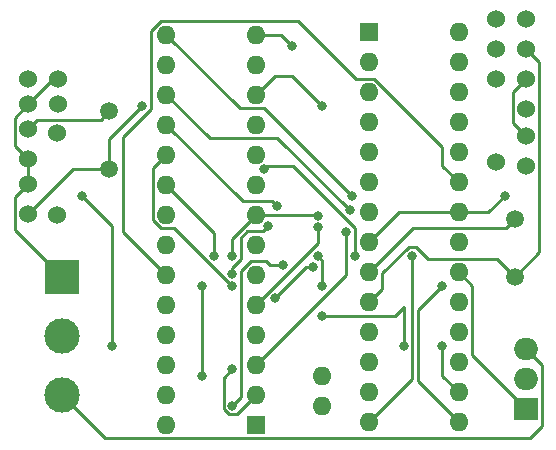
<source format=gbr>
%TF.GenerationSoftware,KiCad,Pcbnew,7.0.6-0*%
%TF.CreationDate,2024-03-12T16:57:41-04:00*%
%TF.ProjectId,Bai_channels,4261695f-6368-4616-9e6e-656c732e6b69,rev?*%
%TF.SameCoordinates,Original*%
%TF.FileFunction,Copper,L2,Bot*%
%TF.FilePolarity,Positive*%
%FSLAX46Y46*%
G04 Gerber Fmt 4.6, Leading zero omitted, Abs format (unit mm)*
G04 Created by KiCad (PCBNEW 7.0.6-0) date 2024-03-12 16:57:41*
%MOMM*%
%LPD*%
G01*
G04 APERTURE LIST*
%TA.AperFunction,ComponentPad*%
%ADD10C,1.524000*%
%TD*%
%TA.AperFunction,ComponentPad*%
%ADD11C,1.500000*%
%TD*%
%TA.AperFunction,ComponentPad*%
%ADD12O,1.600000X1.600000*%
%TD*%
%TA.AperFunction,ComponentPad*%
%ADD13R,3.000000X3.000000*%
%TD*%
%TA.AperFunction,ComponentPad*%
%ADD14C,3.000000*%
%TD*%
%TA.AperFunction,ComponentPad*%
%ADD15R,1.600000X1.600000*%
%TD*%
%TA.AperFunction,ComponentPad*%
%ADD16R,2.000000X1.905000*%
%TD*%
%TA.AperFunction,ComponentPad*%
%ADD17O,2.000000X1.905000*%
%TD*%
%TA.AperFunction,ViaPad*%
%ADD18C,0.800000*%
%TD*%
%TA.AperFunction,Conductor*%
%ADD19C,0.250000*%
%TD*%
G04 APERTURE END LIST*
D10*
%TO.P,C7,1*%
%TO.N,Net-(U4-XTAL2{slash}PB7)*%
X177295000Y-81595000D03*
%TO.P,C7,2*%
%TO.N,Net-(U1-GND)*%
X174755000Y-81595000D03*
%TD*%
D11*
%TO.P,16MHz1,1,1*%
%TO.N,Net-(U3-XTAL1{slash}PB6)*%
X141975000Y-86855000D03*
%TO.P,16MHz1,2,2*%
%TO.N,Net-(U3-XTAL2{slash}PB7)*%
X141975000Y-91735000D03*
%TD*%
D12*
%TO.P,J2,1,Pin_1*%
%TO.N,Net-(J2-Pin_1)*%
X160020000Y-109220000D03*
%TO.P,J2,2,Pin_2*%
%TO.N,Net-(J2-Pin_2)*%
X160020000Y-111760000D03*
%TD*%
D13*
%TO.P,RV1,1,1*%
%TO.N,Net-(U1-GND)*%
X137975000Y-100855000D03*
D14*
%TO.P,RV1,2,2*%
%TO.N,Net-(U3-PC0)*%
X137975000Y-105855000D03*
%TO.P,RV1,3,3*%
%TO.N,Net-(U2-VO)*%
X137975000Y-110855000D03*
%TD*%
D15*
%TO.P,U4,1,~{RESET}/PC6*%
%TO.N,Net-(U4-~{RESET}{slash}PC6)*%
X163975000Y-80155000D03*
D12*
%TO.P,U4,2,PD0*%
%TO.N,unconnected-(U4-PD0-Pad2)*%
X163975000Y-82695000D03*
%TO.P,U4,3,PD1*%
%TO.N,unconnected-(U4-PD1-Pad3)*%
X163975000Y-85235000D03*
%TO.P,U4,4,PD2*%
%TO.N,unconnected-(U4-PD2-Pad4)*%
X163975000Y-87775000D03*
%TO.P,U4,5,PD3*%
%TO.N,unconnected-(U4-PD3-Pad5)*%
X163975000Y-90315000D03*
%TO.P,U4,6,PD4*%
%TO.N,unconnected-(U4-PD4-Pad6)*%
X163975000Y-92855000D03*
%TO.P,U4,7,VCC*%
%TO.N,Net-(U1-VCC)*%
X163975000Y-95395000D03*
%TO.P,U4,8,GND*%
%TO.N,Net-(U1-GND)*%
X163975000Y-97935000D03*
%TO.P,U4,9,XTAL1/PB6*%
%TO.N,Net-(U4-XTAL1{slash}PB6)*%
X163975000Y-100475000D03*
%TO.P,U4,10,XTAL2/PB7*%
%TO.N,Net-(U4-XTAL2{slash}PB7)*%
X163975000Y-103015000D03*
%TO.P,U4,11,PD5*%
%TO.N,unconnected-(U4-PD5-Pad11)*%
X163975000Y-105555000D03*
%TO.P,U4,12,PD6*%
%TO.N,unconnected-(U4-PD6-Pad12)*%
X163975000Y-108095000D03*
%TO.P,U4,13,PD7*%
%TO.N,unconnected-(U4-PD7-Pad13)*%
X163975000Y-110635000D03*
%TO.P,U4,14,PB0*%
%TO.N,Net-(U4-PB0)*%
X163975000Y-113175000D03*
%TO.P,U4,15,PB1*%
%TO.N,Net-(U4-PB1)*%
X171595000Y-113175000D03*
%TO.P,U4,16,PB2*%
%TO.N,Net-(U4-PB2)*%
X171595000Y-110635000D03*
%TO.P,U4,17,PB3*%
%TO.N,unconnected-(U4-PB3-Pad17)*%
X171595000Y-108095000D03*
%TO.P,U4,18,PB4*%
%TO.N,unconnected-(U4-PB4-Pad18)*%
X171595000Y-105555000D03*
%TO.P,U4,19,PB5*%
%TO.N,unconnected-(U4-PB5-Pad19)*%
X171595000Y-103015000D03*
%TO.P,U4,20,AVCC*%
%TO.N,Net-(U1-VCC)*%
X171595000Y-100475000D03*
%TO.P,U4,21,AREF*%
%TO.N,unconnected-(U4-AREF-Pad21)*%
X171595000Y-97935000D03*
%TO.P,U4,22,GND*%
%TO.N,Net-(U1-GND)*%
X171595000Y-95395000D03*
%TO.P,U4,23,PC0*%
%TO.N,Net-(U3-PC0)*%
X171595000Y-92855000D03*
%TO.P,U4,24,PC1*%
%TO.N,unconnected-(U4-PC1-Pad24)*%
X171595000Y-90315000D03*
%TO.P,U4,25,PC2*%
%TO.N,unconnected-(U4-PC2-Pad25)*%
X171595000Y-87775000D03*
%TO.P,U4,26,PC3*%
%TO.N,unconnected-(U4-PC3-Pad26)*%
X171595000Y-85235000D03*
%TO.P,U4,27,PC4*%
%TO.N,unconnected-(U4-PC4-Pad27)*%
X171595000Y-82695000D03*
%TO.P,U4,28,PC5*%
%TO.N,Net-(U3-PD7)*%
X171595000Y-80155000D03*
%TD*%
D15*
%TO.P,U3,1,~{RESET}/PC6*%
%TO.N,Net-(U3-~{RESET}{slash}PC6)*%
X154435000Y-113360000D03*
D12*
%TO.P,U3,2,PD0*%
%TO.N,Net-(U3-PD0)*%
X154435000Y-110820000D03*
%TO.P,U3,3,PD1*%
%TO.N,Net-(U3-PD1)*%
X154435000Y-108280000D03*
%TO.P,U3,4,PD2*%
%TO.N,Net-(U3-PD2)*%
X154435000Y-105740000D03*
%TO.P,U3,5,PD3*%
%TO.N,Net-(U3-PD3)*%
X154435000Y-103200000D03*
%TO.P,U3,6,PD4*%
%TO.N,Net-(U3-PD4)*%
X154435000Y-100660000D03*
%TO.P,U3,7,VCC*%
%TO.N,Net-(U2-VO)*%
X154435000Y-98120000D03*
%TO.P,U3,8,GND*%
%TO.N,Net-(U1-GND)*%
X154435000Y-95580000D03*
%TO.P,U3,9,XTAL1/PB6*%
%TO.N,Net-(U3-XTAL1{slash}PB6)*%
X154435000Y-93040000D03*
%TO.P,U3,10,XTAL2/PB7*%
%TO.N,Net-(U3-XTAL2{slash}PB7)*%
X154435000Y-90500000D03*
%TO.P,U3,11,PD5*%
%TO.N,Net-(U3-PD5)*%
X154435000Y-87960000D03*
%TO.P,U3,12,PD6*%
%TO.N,Net-(U3-PD6)*%
X154435000Y-85420000D03*
%TO.P,U3,13,PD7*%
%TO.N,Net-(U3-PD7)*%
X154435000Y-82880000D03*
%TO.P,U3,14,PB0*%
%TO.N,Net-(U3-PB0)*%
X154435000Y-80340000D03*
%TO.P,U3,15,PB1*%
%TO.N,Net-(U3-PB1)*%
X146815000Y-80340000D03*
%TO.P,U3,16,PB2*%
%TO.N,Net-(U3-PB2)*%
X146815000Y-82880000D03*
%TO.P,U3,17,PB3*%
%TO.N,Net-(U3-PB3)*%
X146815000Y-85420000D03*
%TO.P,U3,18,PB4*%
%TO.N,Net-(U3-PB4)*%
X146815000Y-87960000D03*
%TO.P,U3,19,PB5*%
%TO.N,Net-(U3-PB5)*%
X146815000Y-90500000D03*
%TO.P,U3,20,AVCC*%
%TO.N,Net-(U2-VO)*%
X146815000Y-93040000D03*
%TO.P,U3,21,AREF*%
%TO.N,unconnected-(U3-AREF-Pad21)*%
X146815000Y-95580000D03*
%TO.P,U3,22,GND*%
%TO.N,Net-(U1-GND)*%
X146815000Y-98120000D03*
%TO.P,U3,23,PC0*%
%TO.N,Net-(U3-PC0)*%
X146815000Y-100660000D03*
%TO.P,U3,24,PC1*%
%TO.N,unconnected-(U3-PC1-Pad24)*%
X146815000Y-103200000D03*
%TO.P,U3,25,PC2*%
%TO.N,unconnected-(U3-PC2-Pad25)*%
X146815000Y-105740000D03*
%TO.P,U3,26,PC3*%
%TO.N,unconnected-(U3-PC3-Pad26)*%
X146815000Y-108280000D03*
%TO.P,U3,27,PC4*%
%TO.N,unconnected-(U3-PC4-Pad27)*%
X146815000Y-110820000D03*
%TO.P,U3,28,PC5*%
%TO.N,unconnected-(U3-PC5-Pad28)*%
X146815000Y-113360000D03*
%TD*%
D10*
%TO.P,C8,1*%
%TO.N,Net-(U4-XTAL1{slash}PB6)*%
X177295000Y-91455000D03*
%TO.P,C8,2*%
%TO.N,Net-(U1-GND)*%
X177295000Y-88915000D03*
%TD*%
%TO.P,C1,1*%
%TO.N,Net-(U1-VCC)*%
X177295000Y-79055000D03*
%TO.P,C1,2*%
%TO.N,Net-(U1-GND)*%
X174755000Y-79055000D03*
%TD*%
%TO.P,C5,1*%
%TO.N,Net-(U3-XTAL2{slash}PB7)*%
X135075000Y-95555000D03*
%TO.P,C5,2*%
%TO.N,Net-(U1-GND)*%
X135075000Y-93015000D03*
%TD*%
D16*
%TO.P,U2,1,VI*%
%TO.N,Net-(U1-VCC)*%
X177295000Y-112075000D03*
D17*
%TO.P,U2,2,GND*%
%TO.N,Net-(U1-GND)*%
X177295000Y-109535000D03*
%TO.P,U2,3,VO*%
%TO.N,Net-(U2-VO)*%
X177295000Y-106995000D03*
%TD*%
D10*
%TO.P,C4,1*%
%TO.N,Net-(U1-VCC)*%
X177295000Y-86675000D03*
%TO.P,C4,2*%
%TO.N,Net-(U1-GND)*%
X177295000Y-84135000D03*
%TD*%
D11*
%TO.P,16MHz2,1,1*%
%TO.N,Net-(U4-XTAL1{slash}PB6)*%
X176325000Y-95955000D03*
%TO.P,16MHz2,2,2*%
%TO.N,Net-(U4-XTAL2{slash}PB7)*%
X176325000Y-100835000D03*
%TD*%
D10*
%TO.P,C3,1*%
%TO.N,Net-(U2-VO)*%
X137675000Y-86255000D03*
%TO.P,C3,2*%
%TO.N,Net-(U1-GND)*%
X135135000Y-86255000D03*
%TD*%
%TO.P,R2,1*%
%TO.N,Net-(U4-~{RESET}{slash}PC6)*%
X174755000Y-84135000D03*
%TO.P,R2,2*%
%TO.N,Net-(U1-VCC)*%
X174755000Y-91135000D03*
%TD*%
%TO.P,R1,1*%
%TO.N,Net-(U3-~{RESET}{slash}PC6)*%
X137575000Y-88655000D03*
%TO.P,R1,2*%
%TO.N,Net-(U2-VO)*%
X137575000Y-95655000D03*
%TD*%
%TO.P,C2,1*%
%TO.N,Net-(U2-VO)*%
X135125000Y-84135000D03*
%TO.P,C2,2*%
%TO.N,Net-(U1-GND)*%
X137665000Y-84135000D03*
%TD*%
%TO.P,C6,1*%
%TO.N,Net-(U3-XTAL1{slash}PB6)*%
X135075000Y-88355000D03*
%TO.P,C6,2*%
%TO.N,Net-(U1-GND)*%
X135075000Y-90895000D03*
%TD*%
D18*
%TO.N,Net-(U3-XTAL2{slash}PB7)*%
X144780000Y-86360000D03*
%TO.N,Net-(U1-GND)*%
X175479500Y-93980000D03*
X152400000Y-99060000D03*
X159638717Y-95670140D03*
%TO.N,Net-(U2-VO)*%
X150884600Y-99060000D03*
%TO.N,Net-(U3-PB0)*%
X157480000Y-81280000D03*
%TO.N,Net-(U3-PB1)*%
X162560000Y-93980000D03*
%TO.N,Net-(U3-PB3)*%
X162348411Y-95216188D03*
%TO.N,Net-(U3-PB4)*%
X156151312Y-94855912D03*
%TO.N,Net-(U3-PB5)*%
X159243475Y-100050406D03*
X155999800Y-102659800D03*
X152400000Y-101600000D03*
%TO.N,Net-(U3-PD0)*%
X155463250Y-96529372D03*
X152400000Y-108680500D03*
X152400884Y-100576286D03*
%TO.N,Net-(U3-PD1)*%
X162047700Y-97032300D03*
%TO.N,Net-(U3-PD3)*%
X159638226Y-96669642D03*
%TO.N,Net-(U3-PD5)*%
X162772200Y-99060000D03*
X155097331Y-91732853D03*
%TO.N,Net-(U3-PD6)*%
X160020000Y-86360000D03*
%TO.N,Net-(U4-PB0)*%
X167640000Y-99060000D03*
%TO.N,Net-(U4-PB1)*%
X170180000Y-101600000D03*
%TO.N,Net-(U4-PB2)*%
X159629959Y-99128650D03*
X166915500Y-106680000D03*
X170180000Y-106680000D03*
X160020000Y-101600000D03*
X160020000Y-104140000D03*
%TO.N,Net-(U3-~{RESET}{slash}PC6)*%
X139700000Y-93980000D03*
X142240000Y-106680000D03*
%TO.N,Net-(J2-Pin_1)*%
X149860000Y-109220000D03*
X149860000Y-101600000D03*
%TO.N,Net-(J2-Pin_2)*%
X156736389Y-99874012D03*
X152400000Y-111760000D03*
%TD*%
D19*
%TO.N,Net-(U3-XTAL1{slash}PB6)*%
X141262000Y-87568000D02*
X141975000Y-86855000D01*
X135862000Y-87568000D02*
X141262000Y-87568000D01*
X135075000Y-88355000D02*
X135862000Y-87568000D01*
%TO.N,Net-(U3-XTAL2{slash}PB7)*%
X138895000Y-91735000D02*
X141975000Y-91735000D01*
X135075000Y-95555000D02*
X138895000Y-91735000D01*
X141975000Y-89165000D02*
X144780000Y-86360000D01*
X141975000Y-91735000D02*
X141975000Y-89165000D01*
%TO.N,Net-(U1-VCC)*%
X172720000Y-107500000D02*
X172720000Y-101600000D01*
X177295000Y-112075000D02*
X172720000Y-107500000D01*
X172720000Y-101600000D02*
X171595000Y-100475000D01*
%TO.N,Net-(U4-XTAL1{slash}PB6)*%
X167745000Y-96705000D02*
X163975000Y-100475000D01*
X176325000Y-95955000D02*
X175575000Y-96705000D01*
X175575000Y-96705000D02*
X167745000Y-96705000D01*
%TO.N,Net-(U4-XTAL2{slash}PB7)*%
X167940305Y-98335000D02*
X167339695Y-98335000D01*
X167339695Y-98335000D02*
X165100000Y-100574695D01*
X178382000Y-98778000D02*
X176325000Y-100835000D01*
X174840000Y-99350000D02*
X168955305Y-99350000D01*
X176325000Y-100835000D02*
X174840000Y-99350000D01*
X177295000Y-81595000D02*
X178382000Y-82682000D01*
X165100000Y-100574695D02*
X165100000Y-101890000D01*
X165100000Y-101890000D02*
X163975000Y-103015000D01*
X168955305Y-99350000D02*
X167940305Y-98335000D01*
X178382000Y-82682000D02*
X178382000Y-98778000D01*
%TO.N,Net-(U1-GND)*%
X174064500Y-95395000D02*
X171595000Y-95395000D01*
X175479500Y-93980000D02*
X174064500Y-95395000D01*
X137975000Y-100855000D02*
X133988000Y-96868000D01*
X137255000Y-84135000D02*
X137665000Y-84135000D01*
X152400000Y-99060000D02*
X152400000Y-97615000D01*
X166515000Y-95395000D02*
X163975000Y-97935000D01*
X133988000Y-94102000D02*
X135075000Y-93015000D01*
X135135000Y-86255000D02*
X137255000Y-84135000D01*
X171595000Y-95395000D02*
X166515000Y-95395000D01*
X177295000Y-88915000D02*
X176208000Y-87828000D01*
X152400000Y-97615000D02*
X154435000Y-95580000D01*
X176208000Y-85222000D02*
X177295000Y-84135000D01*
X135075000Y-93015000D02*
X135075000Y-90895000D01*
X159638717Y-95670140D02*
X159548577Y-95580000D01*
X133988000Y-87402000D02*
X135135000Y-86255000D01*
X159548577Y-95580000D02*
X154435000Y-95580000D01*
X135075000Y-90895000D02*
X133988000Y-89808000D01*
X133988000Y-89808000D02*
X133988000Y-87402000D01*
X176208000Y-87828000D02*
X176208000Y-85222000D01*
X133988000Y-96868000D02*
X133988000Y-94102000D01*
%TO.N,Net-(U2-VO)*%
X178620000Y-108320000D02*
X178620000Y-113480000D01*
X177615000Y-114485000D02*
X141605000Y-114485000D01*
X141605000Y-114485000D02*
X137975000Y-110855000D01*
X178620000Y-113480000D02*
X177615000Y-114485000D01*
X150884600Y-99060000D02*
X150884600Y-97109600D01*
X150884600Y-97109600D02*
X146815000Y-93040000D01*
X177295000Y-106995000D02*
X178620000Y-108320000D01*
%TO.N,Net-(U3-PB0)*%
X156540000Y-80340000D02*
X154435000Y-80340000D01*
X157480000Y-81280000D02*
X156540000Y-80340000D01*
%TO.N,Net-(U3-PB1)*%
X153020000Y-86545000D02*
X146815000Y-80340000D01*
X155125000Y-86545000D02*
X153020000Y-86545000D01*
X162560000Y-93980000D02*
X155125000Y-86545000D01*
%TO.N,Net-(U3-PB3)*%
X162348411Y-95216188D02*
X156217223Y-89085000D01*
X156217223Y-89085000D02*
X150480000Y-89085000D01*
X150480000Y-89085000D02*
X146815000Y-85420000D01*
%TO.N,Net-(U3-PB4)*%
X155750400Y-94455000D02*
X153310000Y-94455000D01*
X156151312Y-94855912D02*
X155750400Y-94455000D01*
X153310000Y-94455000D02*
X146815000Y-87960000D01*
%TO.N,Net-(U3-PB5)*%
X145690000Y-96045991D02*
X145690000Y-91625000D01*
X152400000Y-101600000D02*
X147505000Y-96705000D01*
X159243475Y-100050406D02*
X158609194Y-100050406D01*
X158609194Y-100050406D02*
X155999800Y-102659800D01*
X146349009Y-96705000D02*
X145690000Y-96045991D01*
X145690000Y-91625000D02*
X146815000Y-90500000D01*
X147505000Y-96705000D02*
X146349009Y-96705000D01*
%TO.N,Net-(U3-PD0)*%
X153125000Y-97549009D02*
X153125000Y-99360305D01*
X153125000Y-99360305D02*
X152400884Y-100084421D01*
X152770000Y-112485000D02*
X154435000Y-110820000D01*
X153679009Y-96995000D02*
X153125000Y-97549009D01*
X155463250Y-96529372D02*
X154997622Y-96995000D01*
X154997622Y-96995000D02*
X153679009Y-96995000D01*
X152400000Y-108680500D02*
X151675000Y-109405500D01*
X151675000Y-109405500D02*
X151675000Y-112060305D01*
X152400884Y-100084421D02*
X152400884Y-100576286D01*
X152099695Y-112485000D02*
X152770000Y-112485000D01*
X151675000Y-112060305D02*
X152099695Y-112485000D01*
%TO.N,Net-(U3-PD1)*%
X162047700Y-100667300D02*
X154435000Y-108280000D01*
X162047700Y-97032300D02*
X162047700Y-100667300D01*
%TO.N,Net-(U3-PD3)*%
X159638226Y-96669642D02*
X159638226Y-97996774D01*
X159638226Y-97996774D02*
X154435000Y-103200000D01*
%TO.N,Net-(U3-PD5)*%
X162772200Y-96731495D02*
X157553700Y-91512995D01*
X157553700Y-91512995D02*
X155317189Y-91512995D01*
X162772200Y-99060000D02*
X162772200Y-96731495D01*
X155317189Y-91512995D02*
X155097331Y-91732853D01*
%TO.N,Net-(U3-PD6)*%
X160020000Y-86360000D02*
X157480000Y-83820000D01*
X157480000Y-83820000D02*
X156035000Y-83820000D01*
X156035000Y-83820000D02*
X154435000Y-85420000D01*
%TO.N,Net-(U4-PB0)*%
X167640000Y-99060000D02*
X167640000Y-109510000D01*
X167640000Y-109510000D02*
X163975000Y-113175000D01*
%TO.N,Net-(U4-PB1)*%
X168090000Y-109670000D02*
X171595000Y-113175000D01*
X168090000Y-103690000D02*
X168090000Y-109670000D01*
X170180000Y-101600000D02*
X168090000Y-103690000D01*
%TO.N,Net-(U4-PB2)*%
X170180000Y-106680000D02*
X170180000Y-109220000D01*
X166191000Y-104140000D02*
X160020000Y-104140000D01*
X166915500Y-103415500D02*
X166191000Y-104140000D01*
X166915500Y-103415500D02*
X166915500Y-106680000D01*
X159629959Y-99128650D02*
X160020000Y-99518691D01*
X160020000Y-99518691D02*
X160020000Y-101600000D01*
X170180000Y-109220000D02*
X171595000Y-110635000D01*
%TO.N,Net-(U3-~{RESET}{slash}PC6)*%
X142240000Y-106680000D02*
X142240000Y-96520000D01*
X142240000Y-96520000D02*
X139700000Y-93980000D01*
%TO.N,Net-(U3-PC0)*%
X145505000Y-80059009D02*
X146349009Y-79215000D01*
X164440991Y-84110000D02*
X170180000Y-89849009D01*
X143182347Y-88982958D02*
X145505000Y-86660305D01*
X162850000Y-84110000D02*
X164440991Y-84110000D01*
X170180000Y-91440000D02*
X171595000Y-92855000D01*
X145505000Y-86660305D02*
X145505000Y-80059009D01*
X157955000Y-79215000D02*
X162850000Y-84110000D01*
X146349009Y-79215000D02*
X157955000Y-79215000D01*
X170180000Y-89849009D02*
X170180000Y-91440000D01*
X146815000Y-100660000D02*
X143182347Y-97027347D01*
X143182347Y-97027347D02*
X143182347Y-88982958D01*
%TO.N,Net-(J2-Pin_1)*%
X149860000Y-101600000D02*
X149860000Y-109220000D01*
%TO.N,Net-(J2-Pin_2)*%
X155592295Y-99874012D02*
X155253283Y-99535000D01*
X153125000Y-100379009D02*
X153125000Y-111035000D01*
X156736389Y-99874012D02*
X155592295Y-99874012D01*
X153969009Y-99535000D02*
X153125000Y-100379009D01*
X153125000Y-111035000D02*
X152400000Y-111760000D01*
X155253283Y-99535000D02*
X153969009Y-99535000D01*
%TD*%
M02*

</source>
